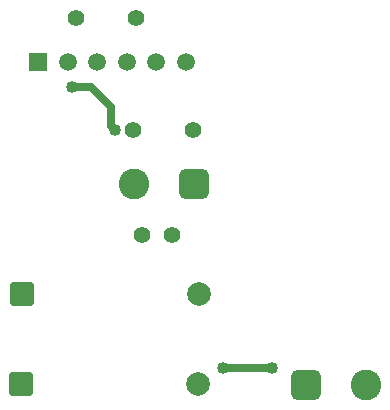
<source format=gbr>
%TF.GenerationSoftware,KiCad,Pcbnew,9.0.4*%
%TF.CreationDate,2026-02-08T14:40:35-05:00*%
%TF.ProjectId,BurnWire,4275726e-5769-4726-952e-6b696361645f,rev?*%
%TF.SameCoordinates,Original*%
%TF.FileFunction,Copper,L2,Bot*%
%TF.FilePolarity,Positive*%
%FSLAX46Y46*%
G04 Gerber Fmt 4.6, Leading zero omitted, Abs format (unit mm)*
G04 Created by KiCad (PCBNEW 9.0.4) date 2026-02-08 14:40:35*
%MOMM*%
%LPD*%
G01*
G04 APERTURE LIST*
G04 Aperture macros list*
%AMRoundRect*
0 Rectangle with rounded corners*
0 $1 Rounding radius*
0 $2 $3 $4 $5 $6 $7 $8 $9 X,Y pos of 4 corners*
0 Add a 4 corners polygon primitive as box body*
4,1,4,$2,$3,$4,$5,$6,$7,$8,$9,$2,$3,0*
0 Add four circle primitives for the rounded corners*
1,1,$1+$1,$2,$3*
1,1,$1+$1,$4,$5*
1,1,$1+$1,$6,$7*
1,1,$1+$1,$8,$9*
0 Add four rect primitives between the rounded corners*
20,1,$1+$1,$2,$3,$4,$5,0*
20,1,$1+$1,$4,$5,$6,$7,0*
20,1,$1+$1,$6,$7,$8,$9,0*
20,1,$1+$1,$8,$9,$2,$3,0*%
G04 Aperture macros list end*
%TA.AperFunction,ComponentPad*%
%ADD10R,1.508000X1.508000*%
%TD*%
%TA.AperFunction,ComponentPad*%
%ADD11C,1.508000*%
%TD*%
%TA.AperFunction,ComponentPad*%
%ADD12RoundRect,0.650000X-0.650000X-0.650000X0.650000X-0.650000X0.650000X0.650000X-0.650000X0.650000X0*%
%TD*%
%TA.AperFunction,ComponentPad*%
%ADD13C,2.600000*%
%TD*%
%TA.AperFunction,ComponentPad*%
%ADD14C,1.400000*%
%TD*%
%TA.AperFunction,ComponentPad*%
%ADD15RoundRect,0.250000X-0.750000X-0.750000X0.750000X-0.750000X0.750000X0.750000X-0.750000X0.750000X0*%
%TD*%
%TA.AperFunction,ComponentPad*%
%ADD16C,2.000000*%
%TD*%
%TA.AperFunction,ComponentPad*%
%ADD17RoundRect,0.650000X0.650000X0.650000X-0.650000X0.650000X-0.650000X-0.650000X0.650000X-0.650000X0*%
%TD*%
%TA.AperFunction,ViaPad*%
%ADD18C,1.016000*%
%TD*%
%TA.AperFunction,Conductor*%
%ADD19C,0.635000*%
%TD*%
G04 APERTURE END LIST*
D10*
%TO.P,J1,1,1*%
%TO.N,/VBatt*%
X135900000Y-79200000D03*
D11*
%TO.P,J1,2,2*%
%TO.N,GND*%
X138400000Y-79200000D03*
%TO.P,J1,3,3*%
%TO.N,/VCutN*%
X140900000Y-79200000D03*
%TO.P,J1,4,4*%
%TO.N,/EN*%
X143400000Y-79200000D03*
%TO.P,J1,5,5*%
%TO.N,Net-(U1-PGOOD)*%
X145900000Y-79200000D03*
%TO.P,J1,6,6*%
%TO.N,/Vout*%
X148400000Y-79200000D03*
%TD*%
D12*
%TO.P,TP1,1,1*%
%TO.N,Net-(U1-SW)*%
X158570000Y-106500000D03*
D13*
%TO.P,TP1,2*%
%TO.N,N/C*%
X163650000Y-106500000D03*
%TD*%
D14*
%TO.P,R3,1*%
%TO.N,/VBatt*%
X139110000Y-75400000D03*
%TO.P,R3,2*%
%TO.N,Net-(U1-PGOOD)*%
X144190000Y-75400000D03*
%TD*%
%TO.P,R1,1*%
%TO.N,Net-(U1-FB)*%
X144700000Y-93800000D03*
%TO.P,R1,2*%
%TO.N,/VCutN*%
X147240000Y-93800000D03*
%TD*%
%TO.P,R2,1*%
%TO.N,/VCutN*%
X143910000Y-84950000D03*
%TO.P,R2,2*%
%TO.N,GND*%
X148990000Y-84950000D03*
%TD*%
D15*
%TO.P,C2,1*%
%TO.N,/VBatt*%
X134550000Y-98792500D03*
D16*
%TO.P,C2,2*%
%TO.N,GND*%
X149550000Y-98792500D03*
%TD*%
D17*
%TO.P,TP2,1,1*%
%TO.N,/VCutN*%
X149090000Y-89500000D03*
D13*
%TO.P,TP2,2*%
%TO.N,N/C*%
X144010000Y-89500000D03*
%TD*%
D15*
%TO.P,C1,1*%
%TO.N,Net-(U1-BST)*%
X134450000Y-106442500D03*
D16*
%TO.P,C1,2*%
%TO.N,Net-(U1-SW)*%
X149450000Y-106442500D03*
%TD*%
D18*
%TO.N,Net-(U1-SW)*%
X151543424Y-105106576D03*
X155700000Y-105100000D03*
%TO.N,/VCutN*%
X138750000Y-81300000D03*
X142400000Y-84900000D03*
%TD*%
D19*
%TO.N,/VCutN*%
X142050000Y-84550000D02*
X142050000Y-82950000D01*
X142400000Y-84900000D02*
X142050000Y-84550000D01*
X142050000Y-82950000D02*
X140400000Y-81300000D01*
X140400000Y-81300000D02*
X138750000Y-81300000D01*
%TO.N,Net-(U1-SW)*%
X151543424Y-105106576D02*
X155693424Y-105106576D01*
X155693424Y-105106576D02*
X155700000Y-105100000D01*
%TD*%
M02*

</source>
